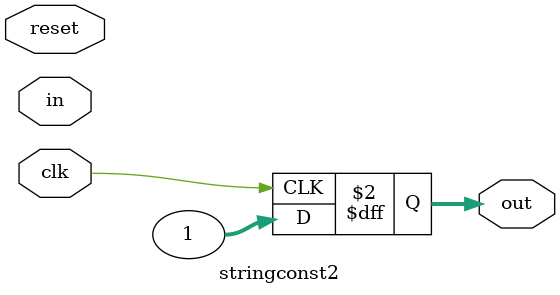
<source format=v>
module stringconst2
  #(parameter MY_STRING = "Hello // World")
  (input wire        reset,
   input wire        clk,
   input wire [31:0] in,
   output reg [31:0] out);

   always @(posedge clk) out <= 1.0;

endmodule

</source>
